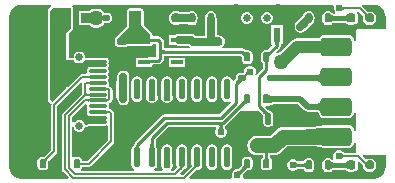
<source format=gtl>
G04*
G04 #@! TF.GenerationSoftware,Altium Limited,Altium Designer,22.3.1 (43)*
G04*
G04 Layer_Physical_Order=1*
G04 Layer_Color=204*
%FSLAX25Y25*%
%MOIN*%
G70*
G04*
G04 #@! TF.SameCoordinates,9C32C5B8-EF8F-45BB-929C-AB9431649599*
G04*
G04*
G04 #@! TF.FilePolarity,Positive*
G04*
G01*
G75*
%ADD10C,0.01000*%
%ADD17C,0.00600*%
%ADD21R,0.03937X0.01772*%
%ADD22R,0.03500X0.03500*%
G04:AMPARAMS|DCode=23|XSize=30mil|YSize=22mil|CornerRadius=5.5mil|HoleSize=0mil|Usage=FLASHONLY|Rotation=90.000|XOffset=0mil|YOffset=0mil|HoleType=Round|Shape=RoundedRectangle|*
%AMROUNDEDRECTD23*
21,1,0.03000,0.01100,0,0,90.0*
21,1,0.01900,0.02200,0,0,90.0*
1,1,0.01100,0.00550,0.00950*
1,1,0.01100,0.00550,-0.00950*
1,1,0.01100,-0.00550,-0.00950*
1,1,0.01100,-0.00550,0.00950*
%
%ADD23ROUNDEDRECTD23*%
%ADD24R,0.02559X0.05118*%
%ADD25R,0.01575X0.02559*%
%ADD26R,0.02362X0.04724*%
G04:AMPARAMS|DCode=27|XSize=19.68mil|YSize=23.62mil|CornerRadius=4.92mil|HoleSize=0mil|Usage=FLASHONLY|Rotation=90.000|XOffset=0mil|YOffset=0mil|HoleType=Round|Shape=RoundedRectangle|*
%AMROUNDEDRECTD27*
21,1,0.01968,0.01378,0,0,90.0*
21,1,0.00984,0.02362,0,0,90.0*
1,1,0.00984,0.00689,0.00492*
1,1,0.00984,0.00689,-0.00492*
1,1,0.00984,-0.00689,-0.00492*
1,1,0.00984,-0.00689,0.00492*
%
%ADD27ROUNDEDRECTD27*%
G04:AMPARAMS|DCode=28|XSize=30mil|YSize=22mil|CornerRadius=5.5mil|HoleSize=0mil|Usage=FLASHONLY|Rotation=180.000|XOffset=0mil|YOffset=0mil|HoleType=Round|Shape=RoundedRectangle|*
%AMROUNDEDRECTD28*
21,1,0.03000,0.01100,0,0,180.0*
21,1,0.01900,0.02200,0,0,180.0*
1,1,0.01100,-0.00950,0.00550*
1,1,0.01100,0.00950,0.00550*
1,1,0.01100,0.00950,-0.00550*
1,1,0.01100,-0.00950,-0.00550*
%
%ADD28ROUNDEDRECTD28*%
G04:AMPARAMS|DCode=29|XSize=62.99mil|YSize=106.3mil|CornerRadius=15.75mil|HoleSize=0mil|Usage=FLASHONLY|Rotation=270.000|XOffset=0mil|YOffset=0mil|HoleType=Round|Shape=RoundedRectangle|*
%AMROUNDEDRECTD29*
21,1,0.06299,0.07480,0,0,270.0*
21,1,0.03150,0.10630,0,0,270.0*
1,1,0.03150,-0.03740,-0.01575*
1,1,0.03150,-0.03740,0.01575*
1,1,0.03150,0.03740,0.01575*
1,1,0.03150,0.03740,-0.01575*
%
%ADD29ROUNDEDRECTD29*%
G04:AMPARAMS|DCode=30|XSize=17.72mil|YSize=39.37mil|CornerRadius=4.43mil|HoleSize=0mil|Usage=FLASHONLY|Rotation=0.000|XOffset=0mil|YOffset=0mil|HoleType=Round|Shape=RoundedRectangle|*
%AMROUNDEDRECTD30*
21,1,0.01772,0.03051,0,0,0.0*
21,1,0.00886,0.03937,0,0,0.0*
1,1,0.00886,0.00443,-0.01526*
1,1,0.00886,-0.00443,-0.01526*
1,1,0.00886,-0.00443,0.01526*
1,1,0.00886,0.00443,0.01526*
%
%ADD30ROUNDEDRECTD30*%
G04:AMPARAMS|DCode=31|XSize=59.06mil|YSize=11.81mil|CornerRadius=2.95mil|HoleSize=0mil|Usage=FLASHONLY|Rotation=0.000|XOffset=0mil|YOffset=0mil|HoleType=Round|Shape=RoundedRectangle|*
%AMROUNDEDRECTD31*
21,1,0.05906,0.00591,0,0,0.0*
21,1,0.05315,0.01181,0,0,0.0*
1,1,0.00591,0.02657,-0.00295*
1,1,0.00591,-0.02657,-0.00295*
1,1,0.00591,-0.02657,0.00295*
1,1,0.00591,0.02657,0.00295*
%
%ADD31ROUNDEDRECTD31*%
%ADD32O,0.02165X0.07087*%
%ADD33P,0.03247X8X22.5*%
G04:AMPARAMS|DCode=34|XSize=30mil|YSize=30mil|CornerRadius=7.5mil|HoleSize=0mil|Usage=FLASHONLY|Rotation=0.000|XOffset=0mil|YOffset=0mil|HoleType=Round|Shape=RoundedRectangle|*
%AMROUNDEDRECTD34*
21,1,0.03000,0.01500,0,0,0.0*
21,1,0.01500,0.03000,0,0,0.0*
1,1,0.01500,0.00750,-0.00750*
1,1,0.01500,-0.00750,-0.00750*
1,1,0.01500,-0.00750,0.00750*
1,1,0.01500,0.00750,0.00750*
%
%ADD34ROUNDEDRECTD34*%
%ADD52C,0.04000*%
%ADD53C,0.02500*%
%ADD54C,0.02000*%
%ADD55C,0.03000*%
%ADD56C,0.01500*%
%ADD57C,0.05000*%
%ADD58C,0.02559*%
%ADD59O,0.06299X0.03937*%
%ADD60O,0.08268X0.03937*%
%ADD61C,0.02400*%
%ADD62C,0.05000*%
G36*
X111962Y58537D02*
X112171Y58365D01*
X112275Y58294D01*
X112378Y58235D01*
X112480Y58186D01*
X112582Y58149D01*
X112682Y58122D01*
X112782Y58105D01*
X112882Y58100D01*
Y57500D01*
X112782Y57495D01*
X112682Y57478D01*
X112582Y57451D01*
X112480Y57414D01*
X112378Y57365D01*
X112275Y57306D01*
X112171Y57235D01*
X112067Y57154D01*
X111962Y57063D01*
X111857Y56960D01*
Y58640D01*
X111962Y58537D01*
D02*
G37*
G36*
X119825Y56163D02*
X119913Y56087D01*
X119996Y56025D01*
X120073Y55977D01*
X120144Y55942D01*
X120211Y55921D01*
X120271Y55914D01*
X120326Y55921D01*
X120376Y55942D01*
X120420Y55976D01*
X119583Y55140D01*
X119617Y55184D01*
X119638Y55233D01*
X119645Y55288D01*
X119638Y55349D01*
X119617Y55415D01*
X119582Y55487D01*
X119534Y55564D01*
X119472Y55646D01*
X119396Y55735D01*
X119307Y55828D01*
X119731Y56253D01*
X119825Y56163D01*
D02*
G37*
G36*
X113659Y53218D02*
X113578Y53319D01*
X113476Y53410D01*
X113355Y53489D01*
X113213Y53559D01*
X113051Y53617D01*
X112869Y53665D01*
X112667Y53702D01*
X112444Y53729D01*
X112201Y53745D01*
X111939Y53750D01*
Y55250D01*
X112201Y55256D01*
X112667Y55298D01*
X112869Y55335D01*
X113051Y55383D01*
X113213Y55442D01*
X113355Y55511D01*
X113476Y55591D01*
X113578Y55681D01*
X113659Y55782D01*
Y53218D01*
D02*
G37*
G36*
X108225Y55726D02*
X108330Y55626D01*
X108452Y55538D01*
X108592Y55462D01*
X108749Y55397D01*
X108924Y55344D01*
X109116Y55303D01*
X109326Y55274D01*
X109554Y55256D01*
X109799Y55250D01*
Y53750D01*
X109554Y53744D01*
X109326Y53727D01*
X109117Y53697D01*
X108924Y53656D01*
X108749Y53603D01*
X108592Y53538D01*
X108452Y53462D01*
X108330Y53374D01*
X108225Y53274D01*
X108138Y53162D01*
Y55838D01*
X108225Y55726D01*
D02*
G37*
G36*
X123531Y58848D02*
X124492Y58450D01*
X125317Y57817D01*
X125950Y56992D01*
X126348Y56031D01*
X126483Y55011D01*
X126480Y55000D01*
Y51020D01*
X117500D01*
X117110Y50942D01*
X116779Y50721D01*
X116558Y50390D01*
X116480Y50000D01*
Y47022D01*
X115980Y46973D01*
X115883Y47462D01*
X115380Y48215D01*
X114628Y48718D01*
X113740Y48894D01*
X106260D01*
X105372Y48718D01*
X104620Y48215D01*
X104291Y47723D01*
X96771D01*
X96066Y47631D01*
X95409Y47358D01*
X94845Y46926D01*
X91119Y43200D01*
X91079D01*
X90265Y42982D01*
X90221Y42957D01*
X89914Y43357D01*
X91058Y44501D01*
X91323Y44898D01*
X91416Y45366D01*
Y45888D01*
X91422Y45947D01*
X91424Y45959D01*
X92074D01*
Y52084D01*
X88312D01*
Y45959D01*
X88349D01*
X88556Y45459D01*
X87131Y44034D01*
X86958Y43873D01*
X86818Y43761D01*
X86767Y43725D01*
X86150D01*
X85662Y43628D01*
X85249Y43351D01*
X84973Y42938D01*
X84876Y42450D01*
Y40550D01*
X84973Y40062D01*
X85143Y39807D01*
X85143Y39807D01*
X85143Y39807D01*
X85249Y39649D01*
X85326Y39597D01*
X85326Y39597D01*
X85370Y39563D01*
X85378Y39555D01*
X85389Y39540D01*
X85404Y39514D01*
X85422Y39472D01*
X85441Y39414D01*
X85459Y39337D01*
X85473Y39242D01*
X85476Y39204D01*
Y37787D01*
X83356Y35666D01*
X83267Y35533D01*
X82824Y35770D01*
X83055Y36328D01*
Y37084D01*
X82766Y37782D01*
X82231Y38317D01*
X81533Y38606D01*
X80777D01*
X80079Y38317D01*
X79544Y37782D01*
X79255Y37084D01*
Y36941D01*
X79241Y36848D01*
X79190Y36616D01*
X79166Y36534D01*
X79138Y36457D01*
X79111Y36393D01*
X79085Y36342D01*
X79061Y36304D01*
X79057Y36298D01*
X79039Y36280D01*
X78961Y36208D01*
X77711D01*
X77246Y36115D01*
X76851Y35852D01*
X76588Y35457D01*
X76495Y34992D01*
Y34470D01*
X76473Y34438D01*
X76233Y34156D01*
X75750Y33674D01*
X75330Y33749D01*
X75211Y33824D01*
X75179Y33983D01*
X74785Y34573D01*
X74196Y34967D01*
X73500Y35105D01*
X72804Y34967D01*
X72215Y34573D01*
X71821Y33983D01*
X71682Y33287D01*
Y28366D01*
X71821Y27671D01*
X72215Y27081D01*
X72804Y26687D01*
X73500Y26549D01*
X74196Y26687D01*
X74403Y26825D01*
X74969Y26602D01*
X74997Y26482D01*
X70938Y22423D01*
X52700D01*
X52232Y22330D01*
X51835Y22065D01*
X42778Y13008D01*
X42513Y12611D01*
X42420Y12143D01*
Y12056D01*
X42215Y11919D01*
X41821Y11329D01*
X41682Y10634D01*
Y5713D01*
X41821Y5017D01*
X42215Y4427D01*
X42675Y4120D01*
X42524Y3620D01*
X24976D01*
X24824Y4120D01*
X24868Y4149D01*
X25144Y4562D01*
X25227Y4980D01*
X27500D01*
X27890Y5058D01*
X28221Y5279D01*
X35721Y12779D01*
X35942Y13110D01*
X36020Y13500D01*
Y22500D01*
X35942Y22890D01*
X35721Y23221D01*
X35111Y23831D01*
X34780Y24052D01*
X34433Y24121D01*
X34367Y24164D01*
X34063Y24630D01*
X34093Y24783D01*
Y25374D01*
X34055Y25566D01*
X34246Y26114D01*
X34577Y26335D01*
X35095Y26853D01*
X35316Y27184D01*
X35394Y27574D01*
Y30426D01*
X35316Y30816D01*
X35095Y31147D01*
X34561Y31681D01*
X34230Y31902D01*
X34052Y32447D01*
X34093Y32658D01*
Y33248D01*
X34016Y33636D01*
X33815Y33937D01*
X34016Y34238D01*
X34093Y34626D01*
Y35217D01*
X34016Y35605D01*
X33815Y35906D01*
X34016Y36206D01*
X34093Y36595D01*
Y37185D01*
X34016Y37573D01*
X33815Y37874D01*
X34016Y38175D01*
X34093Y38563D01*
Y39154D01*
X34035Y39449D01*
X34093Y39744D01*
Y40335D01*
X34016Y40723D01*
X33796Y41052D01*
X33467Y41272D01*
X33079Y41349D01*
X27764D01*
X27375Y41272D01*
X27288Y41214D01*
X26338D01*
Y41772D01*
X26036Y42499D01*
X25480Y43056D01*
X24752Y43358D01*
X23965D01*
X23237Y43056D01*
X22680Y42499D01*
X22379Y41772D01*
Y41214D01*
X20714D01*
Y49204D01*
X22005Y50495D01*
X22159Y50727D01*
X22214Y51000D01*
Y58000D01*
X22159Y58273D01*
X22021Y58480D01*
X22049Y58617D01*
X22193Y58980D01*
X108891D01*
X109225Y58480D01*
X109100Y58178D01*
Y57422D01*
X109389Y56724D01*
X109634Y56479D01*
X109493Y56053D01*
X109424Y55982D01*
X109404Y55983D01*
X109241Y56006D01*
X109103Y56036D01*
X108989Y56070D01*
X108900Y56107D01*
X108834Y56143D01*
X108787Y56177D01*
X108755Y56207D01*
X108702Y56275D01*
X108651Y56351D01*
X108238Y56628D01*
X107750Y56725D01*
X106650D01*
X106162Y56628D01*
X105749Y56351D01*
X105473Y55938D01*
X105376Y55450D01*
Y53550D01*
X105473Y53062D01*
X105749Y52649D01*
X106162Y52372D01*
X106650Y52276D01*
X107750D01*
X108238Y52372D01*
X108651Y52649D01*
X108702Y52725D01*
X108756Y52793D01*
X108787Y52824D01*
X108834Y52857D01*
X108900Y52893D01*
X108989Y52930D01*
X109103Y52964D01*
X109241Y52994D01*
X109404Y53017D01*
X109468Y53022D01*
X112322D01*
X112378Y53018D01*
X112559Y52996D01*
X112713Y52968D01*
X112839Y52935D01*
X112934Y52900D01*
X113001Y52868D01*
X113040Y52842D01*
X113058Y52826D01*
X113095Y52780D01*
X113146Y52705D01*
X113625Y52384D01*
X114191Y52272D01*
X115691D01*
X116257Y52384D01*
X116736Y52705D01*
X117057Y53184D01*
X117169Y53750D01*
Y55250D01*
X117057Y55816D01*
X116778Y56233D01*
X116958Y56695D01*
X117375Y56742D01*
X118859Y55258D01*
Y53400D01*
X119959Y52300D01*
X122159D01*
X123259Y53400D01*
Y55600D01*
X122159Y56700D01*
X120301D01*
X118521Y58480D01*
X118540Y58651D01*
X118693Y58980D01*
X122500D01*
X122511Y58983D01*
X123531Y58848D01*
D02*
G37*
G36*
X91098Y46673D02*
X91013Y46643D01*
X90938Y46592D01*
X90873Y46521D01*
X90818Y46431D01*
X90773Y46319D01*
X90738Y46188D01*
X90713Y46036D01*
X90698Y45864D01*
X90693Y45671D01*
X89693D01*
X89688Y45864D01*
X89673Y46036D01*
X89648Y46188D01*
X89613Y46319D01*
X89568Y46431D01*
X89513Y46521D01*
X89448Y46592D01*
X89373Y46643D01*
X89288Y46673D01*
X89193Y46683D01*
X91193D01*
X91098Y46673D01*
D02*
G37*
G36*
X88506Y42972D02*
X88308Y42766D01*
X87996Y42399D01*
X87882Y42236D01*
X87796Y42088D01*
X87738Y41954D01*
X87708Y41833D01*
X87706Y41727D01*
X87732Y41635D01*
X87787Y41557D01*
X86411Y42987D01*
X86487Y42930D01*
X86577Y42902D01*
X86682Y42902D01*
X86801Y42932D01*
X86935Y42989D01*
X87084Y43075D01*
X87248Y43190D01*
X87426Y43333D01*
X87826Y43706D01*
X88506Y42972D01*
D02*
G37*
G36*
X87555Y40098D02*
X87480Y40022D01*
X87414Y39935D01*
X87358Y39836D01*
X87309Y39726D01*
X87270Y39604D01*
X87239Y39470D01*
X87217Y39326D01*
X87204Y39169D01*
X87200Y39001D01*
X86200D01*
X86196Y39169D01*
X86182Y39326D01*
X86161Y39470D01*
X86130Y39604D01*
X86090Y39726D01*
X86042Y39836D01*
X85985Y39935D01*
X85920Y40022D01*
X85845Y40098D01*
X85762Y40162D01*
X87638D01*
X87555Y40098D01*
D02*
G37*
G36*
X80968Y35521D02*
X80829Y35539D01*
X80698Y35546D01*
X80573Y35545D01*
X80455Y35534D01*
X80344Y35513D01*
X80239Y35483D01*
X80142Y35443D01*
X80051Y35393D01*
X79967Y35334D01*
X79918Y35290D01*
X79887Y35258D01*
X79704Y35042D01*
X79637Y34946D01*
X79585Y34857D01*
X79550Y34776D01*
X79530Y34703D01*
X79526Y34637D01*
X79538Y34579D01*
X79567Y34529D01*
X78834Y35470D01*
X78875Y35432D01*
X78925Y35412D01*
X78984Y35409D01*
X79052Y35424D01*
X79129Y35456D01*
X79216Y35505D01*
X79312Y35572D01*
X79417Y35657D01*
X79579Y35808D01*
X79594Y35824D01*
X79653Y35903D01*
X79707Y35992D01*
X79757Y36090D01*
X79803Y36197D01*
X79844Y36313D01*
X79882Y36438D01*
X79942Y36717D01*
X79966Y36870D01*
X80968Y35521D01*
D02*
G37*
G36*
X27560Y34422D02*
X27529Y34460D01*
X27490Y34494D01*
X27442Y34523D01*
X27386Y34549D01*
X27322Y34571D01*
X27250Y34589D01*
X27169Y34603D01*
X27079Y34613D01*
X26876Y34621D01*
Y35221D01*
X26982Y35223D01*
X27169Y35239D01*
X27250Y35253D01*
X27322Y35271D01*
X27386Y35293D01*
X27442Y35319D01*
X27490Y35349D01*
X27529Y35383D01*
X27560Y35421D01*
Y34422D01*
D02*
G37*
G36*
X78740Y33530D02*
X78658Y33581D01*
X78564Y33605D01*
X78456Y33601D01*
X78334Y33570D01*
X78199Y33511D01*
X78051Y33426D01*
X77890Y33313D01*
X77715Y33173D01*
X77325Y32811D01*
X76514Y33414D01*
X76718Y33625D01*
X77038Y34001D01*
X77154Y34165D01*
X77240Y34314D01*
X77298Y34448D01*
X77326Y34566D01*
X77324Y34669D01*
X77293Y34756D01*
X77233Y34829D01*
X78740Y33530D01*
D02*
G37*
G36*
X104997Y32523D02*
X104961Y32712D01*
X104881Y32880D01*
X104758Y33029D01*
X104591Y33158D01*
X104381Y33268D01*
X104128Y33357D01*
X103832Y33426D01*
X103492Y33476D01*
X103110Y33506D01*
X102683Y33516D01*
Y35516D01*
X103079Y35526D01*
X103432Y35556D01*
X103741Y35606D01*
X104007Y35676D01*
X104230Y35766D01*
X104410Y35876D01*
X104546Y36006D01*
X104639Y36156D01*
X104689Y36326D01*
X104696Y36516D01*
X104997Y32523D01*
D02*
G37*
G36*
X27560Y32453D02*
X27529Y32491D01*
X27490Y32525D01*
X27442Y32555D01*
X27386Y32581D01*
X27322Y32603D01*
X27250Y32621D01*
X27169Y32635D01*
X27079Y32645D01*
X26876Y32653D01*
Y33253D01*
X26982Y33255D01*
X27169Y33271D01*
X27250Y33285D01*
X27322Y33303D01*
X27386Y33325D01*
X27442Y33351D01*
X27490Y33380D01*
X27529Y33414D01*
X27560Y33452D01*
Y32453D01*
D02*
G37*
G36*
X21500Y51000D02*
X20000Y49500D01*
Y40500D01*
X22579D01*
X22680Y40257D01*
X23237Y39700D01*
X23965Y39398D01*
X24752D01*
X25480Y39700D01*
X26036Y40257D01*
X26137Y40500D01*
X32500D01*
X33000Y40000D01*
Y38200D01*
X27764D01*
X27375Y38123D01*
X27046Y37903D01*
X26826Y37573D01*
X26749Y37185D01*
Y36595D01*
X26780Y36441D01*
X26477Y35985D01*
X26408Y35941D01*
X25318D01*
X24928Y35863D01*
X24597Y35642D01*
X20462Y31507D01*
X20000Y31698D01*
Y31045D01*
X15477Y26522D01*
X14500Y27500D01*
Y57000D01*
X15500Y58000D01*
X21500D01*
Y51000D01*
D02*
G37*
G36*
X33312Y31394D02*
X33327Y31366D01*
X33353Y31341D01*
X33390Y31320D01*
X33438Y31301D01*
X33496Y31286D01*
X33566Y31275D01*
X33646Y31267D01*
X33840Y31260D01*
Y30660D01*
X33734Y30658D01*
X33554Y30645D01*
X33481Y30633D01*
X33419Y30619D01*
X33368Y30600D01*
X33328Y30579D01*
X33299Y30554D01*
X33281Y30526D01*
X33275Y30494D01*
X33307Y31426D01*
X33312Y31394D01*
D02*
G37*
G36*
X26610Y29786D02*
X26628Y29684D01*
X26658Y29594D01*
X26700Y29516D01*
X26754Y29450D01*
X26820Y29396D01*
X26898Y29354D01*
X26988Y29324D01*
X27066Y29310D01*
X27164Y29319D01*
X27244Y29334D01*
X27316Y29354D01*
X27381Y29377D01*
X27437Y29406D01*
X27486Y29438D01*
X27527Y29474D01*
X27560Y29515D01*
Y28516D01*
X27531Y28551D01*
X27493Y28582D01*
X27447Y28610D01*
X27392Y28634D01*
X27328Y28654D01*
X27256Y28671D01*
X27174Y28684D01*
X27085Y28693D01*
X26954Y28697D01*
X26910Y28696D01*
X26796Y28683D01*
X26684Y28662D01*
X26577Y28632D01*
X26472Y28594D01*
X26372Y28547D01*
X26275Y28492D01*
X26181Y28429D01*
X26091Y28356D01*
X26004Y28276D01*
X25580Y28700D01*
X25661Y28787D01*
X25733Y28877D01*
X25796Y28970D01*
X25852Y29068D01*
X25898Y29168D01*
X25936Y29272D01*
X25966Y29380D01*
X25987Y29491D01*
X26000Y29606D01*
X26004Y29724D01*
X26604Y29900D01*
X26610Y29786D01*
D02*
G37*
G36*
X33281Y27503D02*
X33299Y27472D01*
X33328Y27445D01*
X33369Y27421D01*
X33421Y27401D01*
X33485Y27385D01*
X33560Y27372D01*
X33647Y27363D01*
X33856Y27356D01*
Y26756D01*
X33747Y26754D01*
X33564Y26739D01*
X33490Y26727D01*
X33428Y26710D01*
X33376Y26690D01*
X33337Y26667D01*
X33308Y26640D01*
X33292Y26609D01*
X33286Y26574D01*
X33275Y27537D01*
X33281Y27503D01*
D02*
G37*
G36*
X27560Y26548D02*
X27529Y26586D01*
X27490Y26620D01*
X27442Y26649D01*
X27386Y26675D01*
X27322Y26697D01*
X27250Y26715D01*
X27169Y26729D01*
X27079Y26739D01*
X26876Y26747D01*
Y27347D01*
X26982Y27349D01*
X27169Y27365D01*
X27250Y27379D01*
X27322Y27397D01*
X27386Y27419D01*
X27442Y27445D01*
X27490Y27475D01*
X27529Y27509D01*
X27560Y27547D01*
Y26548D01*
D02*
G37*
G36*
X87606Y28870D02*
X87772Y28792D01*
X87957Y28724D01*
X88161Y28664D01*
X88384Y28614D01*
X88626Y28573D01*
X89169Y28518D01*
X89469Y28505D01*
X89789Y28500D01*
Y26500D01*
X89469Y26495D01*
X88626Y26427D01*
X88384Y26386D01*
X88161Y26336D01*
X87957Y26276D01*
X87772Y26208D01*
X87606Y26130D01*
X87460Y26043D01*
Y28957D01*
X87606Y28870D01*
D02*
G37*
G36*
X80216Y26013D02*
X80157Y26087D01*
X80081Y26129D01*
X79988Y26140D01*
X79877Y26119D01*
X79748Y26067D01*
X79602Y25983D01*
X79438Y25868D01*
X79257Y25722D01*
X78842Y25334D01*
X78494Y26401D01*
X78676Y26590D01*
X78965Y26935D01*
X79074Y27092D01*
X79158Y27239D01*
X79218Y27375D01*
X79253Y27501D01*
X79264Y27616D01*
X79251Y27721D01*
X79214Y27816D01*
X80216Y26013D01*
D02*
G37*
G36*
X99274Y23774D02*
X99837Y23399D01*
X100500Y23267D01*
X103161D01*
X103343Y23251D01*
X103594Y23211D01*
X103789Y23161D01*
X103924Y23107D01*
X104002Y23062D01*
X104015Y23050D01*
X104117Y22538D01*
X104620Y21785D01*
X105372Y21282D01*
X106260Y21106D01*
X113740D01*
X114628Y21282D01*
X115380Y21785D01*
X115883Y22538D01*
X115980Y23027D01*
X116480Y22978D01*
Y17022D01*
X115980Y16973D01*
X115883Y17462D01*
X115380Y18215D01*
X114628Y18718D01*
X113740Y18894D01*
X106260D01*
X105372Y18718D01*
X105164Y18579D01*
X105138Y18571D01*
X105040Y18519D01*
X104939Y18488D01*
X101054Y18228D01*
X92287D01*
X91452Y18118D01*
X90674Y17795D01*
X90005Y17282D01*
X88021Y15299D01*
X83500D01*
X82665Y15189D01*
X81886Y14866D01*
X81218Y14353D01*
X80705Y13685D01*
X80382Y12906D01*
X80272Y12071D01*
X80382Y11236D01*
X80705Y10457D01*
X81218Y9789D01*
X81886Y9276D01*
X82665Y8953D01*
X83500Y8843D01*
X85476D01*
Y8296D01*
X85473Y8258D01*
X85459Y8163D01*
X85441Y8086D01*
X85422Y8028D01*
X85404Y7986D01*
X85389Y7959D01*
X85378Y7945D01*
X85370Y7937D01*
X85326Y7903D01*
X85326Y7903D01*
X85249Y7851D01*
X85143Y7693D01*
X85143Y7693D01*
X85143Y7693D01*
X84973Y7438D01*
X84876Y6950D01*
Y5050D01*
X84973Y4562D01*
X85249Y4149D01*
X85662Y3872D01*
X86150Y3776D01*
X87250D01*
X87738Y3872D01*
X88151Y4149D01*
X88428Y4562D01*
X88525Y5050D01*
Y6950D01*
X88428Y7438D01*
X88257Y7693D01*
X88257Y7693D01*
X88257Y7693D01*
X88151Y7851D01*
X88074Y7903D01*
X88074Y7903D01*
X88030Y7937D01*
X88022Y7944D01*
X88011Y7959D01*
X87996Y7986D01*
X87978Y8028D01*
X87959Y8086D01*
X87941Y8163D01*
X87927Y8258D01*
X87924Y8296D01*
Y8843D01*
X89358D01*
X90194Y8953D01*
X90972Y9276D01*
X91641Y9789D01*
X93624Y11772D01*
X100629D01*
X103190Y11716D01*
X104244Y11632D01*
X104620Y11580D01*
X104895Y11525D01*
X105040Y11481D01*
X105138Y11429D01*
X105164Y11421D01*
X105372Y11282D01*
X106260Y11106D01*
X113740D01*
X114628Y11282D01*
X115380Y11785D01*
X115883Y12538D01*
X115980Y13027D01*
X116480Y12978D01*
Y10000D01*
X116051Y9594D01*
X112660D01*
X112655Y9595D01*
X112622Y9604D01*
X112582Y9619D01*
X112533Y9642D01*
X112477Y9674D01*
X112423Y9711D01*
X112262Y9844D01*
X112178Y9926D01*
X112123Y9962D01*
X111899Y10185D01*
X111201Y10475D01*
X110445D01*
X109747Y10185D01*
X109212Y9651D01*
X108923Y8952D01*
Y8197D01*
X109043Y7907D01*
X109040Y7836D01*
X108728Y7361D01*
X108651Y7351D01*
X108238Y7627D01*
X107750Y7724D01*
X106650D01*
X106162Y7627D01*
X105749Y7351D01*
X105473Y6938D01*
X105376Y6450D01*
Y4550D01*
X105473Y4062D01*
X105749Y3649D01*
X106162Y3373D01*
X106650Y3275D01*
X107750D01*
X108238Y3373D01*
X108651Y3649D01*
X108702Y3725D01*
X108756Y3793D01*
X108787Y3824D01*
X108834Y3857D01*
X108900Y3893D01*
X108989Y3930D01*
X109103Y3964D01*
X109241Y3994D01*
X109404Y4017D01*
X109468Y4022D01*
X112322D01*
X112378Y4018D01*
X112559Y3996D01*
X112713Y3968D01*
X112839Y3935D01*
X112934Y3900D01*
X113001Y3868D01*
X113040Y3842D01*
X113058Y3826D01*
X113095Y3780D01*
X113146Y3705D01*
X113625Y3384D01*
X114191Y3272D01*
X115691D01*
X116257Y3384D01*
X116736Y3705D01*
X117057Y4184D01*
X117169Y4750D01*
Y6250D01*
X117101Y6594D01*
X117562Y6840D01*
X118819Y5583D01*
X118859Y5556D01*
Y4400D01*
X119959Y3300D01*
X122159D01*
X123259Y4400D01*
Y6600D01*
X122159Y7700D01*
X119959D01*
X119772Y7513D01*
X118767Y8518D01*
X118959Y8980D01*
X126480D01*
Y5000D01*
X126483Y4989D01*
X126348Y3969D01*
X125950Y3008D01*
X125317Y2183D01*
X124492Y1550D01*
X123531Y1152D01*
X122511Y1017D01*
X122500Y1020D01*
X79109D01*
X78775Y1520D01*
X78900Y1822D01*
Y2205D01*
X78912Y2266D01*
X78912Y2326D01*
X78914Y2350D01*
X78919Y2375D01*
X78927Y2403D01*
X78940Y2436D01*
X78959Y2473D01*
X78986Y2516D01*
X79017Y2560D01*
X79921Y3464D01*
X80091Y3622D01*
X80230Y3733D01*
X80290Y3776D01*
X80850D01*
X81338Y3872D01*
X81751Y4149D01*
X82028Y4562D01*
X82125Y5050D01*
Y6950D01*
X82028Y7438D01*
X81751Y7851D01*
X81338Y8128D01*
X80850Y8224D01*
X79750D01*
X79262Y8128D01*
X78849Y7851D01*
X78572Y7438D01*
X78475Y6950D01*
Y5533D01*
X78445Y5490D01*
X78209Y5212D01*
X77246Y4249D01*
X77200Y4215D01*
X77152Y4184D01*
X77108Y4160D01*
X77069Y4143D01*
X77033Y4130D01*
X76999Y4121D01*
X76968Y4116D01*
X76905Y4111D01*
X76866Y4100D01*
X76622D01*
X75924Y3811D01*
X75389Y3276D01*
X75100Y2578D01*
Y1822D01*
X75225Y1520D01*
X74891Y1020D01*
X61115D01*
X60923Y1481D01*
X63332Y3890D01*
X63364Y3918D01*
X63368Y3921D01*
X63500Y3895D01*
X64196Y4033D01*
X64785Y4427D01*
X65179Y5017D01*
X65318Y5713D01*
Y10634D01*
X65179Y11329D01*
X64785Y11919D01*
X64196Y12313D01*
X63500Y12451D01*
X62804Y12313D01*
X62215Y11919D01*
X61821Y11329D01*
X61682Y10634D01*
Y5713D01*
X61780Y5222D01*
X58878Y2320D01*
X58115D01*
X57924Y2781D01*
X58881Y3739D01*
X58985Y3839D01*
X59156Y3992D01*
X59278Y4089D01*
X59338Y4129D01*
X59354Y4136D01*
X59383Y4158D01*
X59431Y4191D01*
X59480Y4215D01*
X59496Y4234D01*
X59785Y4427D01*
X60179Y5017D01*
X60318Y5713D01*
Y10634D01*
X60179Y11329D01*
X59785Y11919D01*
X59196Y12313D01*
X58500Y12451D01*
X57804Y12313D01*
X57215Y11919D01*
X56821Y11329D01*
X56682Y10634D01*
Y5713D01*
X56821Y5017D01*
X57003Y4745D01*
X55878Y3620D01*
X55014D01*
X54807Y4120D01*
X55111Y4424D01*
X55400Y5122D01*
Y5878D01*
X55318Y6077D01*
Y10634D01*
X55179Y11329D01*
X54785Y11919D01*
X54196Y12313D01*
X53500Y12451D01*
X52804Y12313D01*
X52215Y11919D01*
X51821Y11329D01*
X51682Y10634D01*
Y6077D01*
X51600Y5878D01*
Y5122D01*
X51889Y4424D01*
X52193Y4120D01*
X51986Y3620D01*
X49476D01*
X49325Y4120D01*
X49785Y4427D01*
X50179Y5017D01*
X50318Y5713D01*
Y10634D01*
X50179Y11329D01*
X50037Y11542D01*
X50017Y11588D01*
X49949Y11683D01*
X49902Y11761D01*
X49860Y11842D01*
X49823Y11929D01*
X49791Y12021D01*
X49764Y12120D01*
X49743Y12225D01*
X49727Y12337D01*
X49724Y12381D01*
Y13993D01*
X54007Y18277D01*
X69811D01*
X69872Y18253D01*
X69912Y18231D01*
X69937Y18214D01*
X69943Y18190D01*
X70021Y17708D01*
X69889Y17576D01*
X69600Y16878D01*
Y16122D01*
X69889Y15424D01*
X70424Y14889D01*
X71122Y14600D01*
X71878D01*
X72576Y14889D01*
X73111Y15424D01*
X73400Y16122D01*
Y16878D01*
X73111Y17576D01*
X72893Y17794D01*
X72863Y17843D01*
X72821Y17888D01*
X72802Y18065D01*
X72791Y18385D01*
X73165Y18635D01*
X78030Y23500D01*
X84000D01*
X84046Y23546D01*
X85322Y22270D01*
X85483Y22098D01*
X85595Y21958D01*
X85632Y21906D01*
Y19474D01*
X85721Y19028D01*
X85973Y18650D01*
X86351Y18398D01*
X86797Y18309D01*
X87683D01*
X88129Y18398D01*
X88507Y18650D01*
X88760Y19028D01*
X88848Y19474D01*
Y22526D01*
X88760Y22972D01*
X88507Y23350D01*
X88129Y23602D01*
X87683Y23691D01*
X87414D01*
X87380Y23715D01*
X87098Y23955D01*
X86278Y24776D01*
X86485Y25275D01*
X87250D01*
X87559Y25337D01*
X87561Y25337D01*
X87566Y25338D01*
X87738Y25372D01*
X87821Y25428D01*
X87824Y25429D01*
X87941Y25499D01*
X88048Y25549D01*
X88181Y25598D01*
X88339Y25644D01*
X88522Y25685D01*
X88715Y25718D01*
X89313Y25767D01*
X97282D01*
X99274Y23774D01*
D02*
G37*
G36*
X104755Y23005D02*
X104735Y23194D01*
X104673Y23363D01*
X104569Y23512D01*
X104424Y23642D01*
X104237Y23751D01*
X104010Y23841D01*
X103740Y23910D01*
X103429Y23960D01*
X103077Y23990D01*
X102683Y24000D01*
Y26000D01*
X103077Y26010D01*
X103429Y26040D01*
X103740Y26090D01*
X104010Y26159D01*
X104237Y26249D01*
X104424Y26358D01*
X104569Y26488D01*
X104673Y26637D01*
X104735Y26806D01*
X104755Y26995D01*
Y23005D01*
D02*
G37*
G36*
X33314Y23572D02*
X33353Y23538D01*
X33400Y23508D01*
X33456Y23482D01*
X33520Y23460D01*
X33593Y23442D01*
X33674Y23428D01*
X33763Y23418D01*
X33967Y23410D01*
Y22810D01*
X33861Y22808D01*
X33674Y22792D01*
X33593Y22778D01*
X33520Y22760D01*
X33456Y22738D01*
X33400Y22713D01*
X33353Y22683D01*
X33314Y22649D01*
X33283Y22611D01*
Y23610D01*
X33314Y23572D01*
D02*
G37*
G36*
X86567Y23470D02*
X86941Y23151D01*
X87107Y23034D01*
X87258Y22946D01*
X87394Y22886D01*
X87515Y22854D01*
X87622Y22851D01*
X87714Y22877D01*
X87792Y22931D01*
X86370Y21551D01*
X86426Y21626D01*
X86454Y21717D01*
X86453Y21822D01*
X86424Y21941D01*
X86366Y22075D01*
X86280Y22224D01*
X86166Y22388D01*
X86023Y22565D01*
X85651Y22965D01*
X86358Y23672D01*
X86567Y23470D01*
D02*
G37*
G36*
X26770Y25478D02*
X26749Y25374D01*
Y24783D01*
X26826Y24395D01*
X27027Y24094D01*
X26826Y23794D01*
X26749Y23405D01*
Y22815D01*
X26826Y22427D01*
X27046Y22097D01*
X27375Y21877D01*
X27764Y21800D01*
X33000D01*
Y19302D01*
X27764D01*
X27375Y19225D01*
X27046Y19005D01*
X27043Y19000D01*
X26338D01*
Y19016D01*
X26036Y19743D01*
X25480Y20300D01*
X24752Y20602D01*
X23965D01*
X23237Y20300D01*
X22822Y19885D01*
X22276Y19808D01*
X21898Y20154D01*
Y21313D01*
X26309Y25724D01*
X26770Y25478D01*
D02*
G37*
G36*
X72003Y18190D02*
X72014Y18074D01*
X72031Y17964D01*
X72054Y17860D01*
X72085Y17762D01*
X72122Y17670D01*
X72167Y17583D01*
X72218Y17502D01*
X72275Y17426D01*
X72340Y17357D01*
X70660D01*
X70725Y17426D01*
X70782Y17502D01*
X70833Y17583D01*
X70878Y17670D01*
X70915Y17762D01*
X70946Y17860D01*
X70969Y17964D01*
X70986Y18074D01*
X70997Y18190D01*
X71000Y18311D01*
X72000D01*
X72003Y18190D01*
D02*
G37*
G36*
X33980Y18470D02*
Y13922D01*
X27078Y7020D01*
X25227D01*
X25144Y7438D01*
X24868Y7851D01*
X24454Y8128D01*
X23967Y8224D01*
X22867D01*
X22445Y8140D01*
X22284Y8195D01*
X21945Y8439D01*
Y15462D01*
X21898Y15698D01*
Y18183D01*
X22379Y18228D01*
X22680Y17501D01*
X23237Y16944D01*
X23965Y16643D01*
X24752D01*
X25480Y16944D01*
X26036Y17501D01*
X26338Y18228D01*
Y18286D01*
X27043D01*
X27112Y18300D01*
X27182Y18300D01*
X27247Y18327D01*
X27316Y18341D01*
X27375Y18380D01*
X27439Y18407D01*
X27448Y18415D01*
X27654Y18553D01*
X27834Y18588D01*
X33000D01*
X33273Y18643D01*
X33372Y18709D01*
X33467Y18728D01*
X33480Y18737D01*
X33980Y18470D01*
D02*
G37*
G36*
X105472Y12060D02*
X105314Y12144D01*
X105069Y12218D01*
X104738Y12284D01*
X104321Y12342D01*
X103227Y12430D01*
X100000Y12500D01*
Y17500D01*
X100936Y17504D01*
X105069Y17782D01*
X105314Y17856D01*
X105472Y17940D01*
Y12060D01*
D02*
G37*
G36*
X49004Y12420D02*
X49017Y12259D01*
X49039Y12104D01*
X49070Y11954D01*
X49109Y11810D01*
X49157Y11672D01*
X49213Y11539D01*
X49279Y11412D01*
X49352Y11290D01*
X49435Y11174D01*
X47565D01*
X47648Y11290D01*
X47721Y11412D01*
X47787Y11539D01*
X47843Y11672D01*
X47891Y11810D01*
X47930Y11954D01*
X47961Y12104D01*
X47983Y12259D01*
X47996Y12420D01*
X48000Y12586D01*
X49000D01*
X49004Y12420D01*
D02*
G37*
G36*
X111785Y9312D02*
X111995Y9139D01*
X112098Y9069D01*
X112201Y9010D01*
X112303Y8961D01*
X112405Y8923D01*
X112505Y8896D01*
X112606Y8880D01*
X112705Y8875D01*
Y8275D01*
X112606Y8269D01*
X112505Y8253D01*
X112405Y8226D01*
X112303Y8188D01*
X112201Y8140D01*
X112098Y8080D01*
X111995Y8010D01*
X111890Y7929D01*
X111785Y7837D01*
X111680Y7735D01*
Y9415D01*
X111785Y9312D01*
D02*
G37*
G36*
X13704Y7467D02*
X13588Y7347D01*
X13406Y7132D01*
X13340Y7036D01*
X13289Y6949D01*
X13256Y6870D01*
X13239Y6800D01*
X13238Y6737D01*
X13254Y6683D01*
X13286Y6637D01*
X12463Y7486D01*
X12508Y7453D01*
X12561Y7436D01*
X12622Y7436D01*
X12693Y7452D01*
X12771Y7485D01*
X12858Y7535D01*
X12953Y7601D01*
X13056Y7684D01*
X13289Y7900D01*
X13704Y7467D01*
D02*
G37*
G36*
X87204Y8331D02*
X87217Y8174D01*
X87239Y8029D01*
X87270Y7896D01*
X87309Y7774D01*
X87358Y7664D01*
X87414Y7565D01*
X87480Y7478D01*
X87555Y7402D01*
X87638Y7338D01*
X85762D01*
X85845Y7402D01*
X85920Y7478D01*
X85985Y7565D01*
X86042Y7664D01*
X86090Y7774D01*
X86130Y7896D01*
X86161Y8029D01*
X86182Y8174D01*
X86196Y8331D01*
X86200Y8499D01*
X87200D01*
X87204Y8331D01*
D02*
G37*
G36*
X24509Y6543D02*
X24528Y6492D01*
X24558Y6447D01*
X24601Y6408D01*
X24656Y6375D01*
X24724Y6348D01*
X24803Y6327D01*
X24895Y6312D01*
X24999Y6303D01*
X25115Y6300D01*
Y5700D01*
X24999Y5697D01*
X24895Y5688D01*
X24803Y5673D01*
X24724Y5652D01*
X24656Y5625D01*
X24601Y5592D01*
X24558Y5553D01*
X24528Y5508D01*
X24509Y5457D01*
X24503Y5400D01*
Y6600D01*
X24509Y6543D01*
D02*
G37*
G36*
X63485Y4647D02*
X63434Y4674D01*
X63377Y4687D01*
X63314Y4687D01*
X63245Y4671D01*
X63170Y4642D01*
X63089Y4598D01*
X63002Y4541D01*
X62910Y4469D01*
X62811Y4383D01*
X62707Y4282D01*
X62220Y4645D01*
X62318Y4747D01*
X62468Y4930D01*
X62520Y5011D01*
X62556Y5085D01*
X62577Y5151D01*
X62582Y5211D01*
X62572Y5263D01*
X62546Y5309D01*
X62505Y5347D01*
X63485Y4647D01*
D02*
G37*
G36*
X80643Y4513D02*
X80565Y4568D01*
X80473Y4594D01*
X80367Y4592D01*
X80246Y4562D01*
X80112Y4504D01*
X79964Y4418D01*
X79801Y4304D01*
X79624Y4162D01*
X79229Y3794D01*
X78494Y4474D01*
X78695Y4682D01*
X79010Y5052D01*
X79125Y5216D01*
X79211Y5365D01*
X79268Y5499D01*
X79298Y5618D01*
X79298Y5723D01*
X79270Y5813D01*
X79214Y5889D01*
X80643Y4513D01*
D02*
G37*
G36*
X113659Y4218D02*
X113578Y4319D01*
X113476Y4410D01*
X113355Y4490D01*
X113213Y4559D01*
X113051Y4617D01*
X112869Y4665D01*
X112667Y4702D01*
X112444Y4729D01*
X112201Y4745D01*
X111939Y4750D01*
Y6250D01*
X112201Y6256D01*
X112667Y6298D01*
X112869Y6335D01*
X113051Y6383D01*
X113213Y6442D01*
X113355Y6511D01*
X113476Y6591D01*
X113578Y6681D01*
X113659Y6782D01*
Y4218D01*
D02*
G37*
G36*
X108225Y6726D02*
X108330Y6626D01*
X108452Y6538D01*
X108592Y6462D01*
X108749Y6397D01*
X108924Y6344D01*
X109116Y6303D01*
X109326Y6274D01*
X109554Y6256D01*
X109799Y6250D01*
Y4750D01*
X109554Y4744D01*
X109326Y4727D01*
X109117Y4697D01*
X108924Y4656D01*
X108749Y4603D01*
X108592Y4538D01*
X108452Y4462D01*
X108330Y4374D01*
X108225Y4274D01*
X108138Y4162D01*
Y6838D01*
X108225Y6726D01*
D02*
G37*
G36*
X59040Y4777D02*
X58988Y4752D01*
X58928Y4716D01*
X58860Y4668D01*
X58697Y4538D01*
X58500Y4363D01*
X58140Y4016D01*
X57602Y4326D01*
X57704Y4432D01*
X57852Y4615D01*
X57898Y4691D01*
X57925Y4756D01*
X57934Y4812D01*
X57924Y4857D01*
X57894Y4892D01*
X57847Y4916D01*
X57780Y4931D01*
X59040Y4777D01*
D02*
G37*
G36*
X78613Y3179D02*
X78530Y3091D01*
X78456Y3002D01*
X78391Y2912D01*
X78336Y2821D01*
X78289Y2730D01*
X78253Y2638D01*
X78225Y2546D01*
X78207Y2452D01*
X78198Y2358D01*
X78198Y2264D01*
X76960Y3399D01*
X77055Y3407D01*
X77149Y3422D01*
X77242Y3447D01*
X77334Y3479D01*
X77426Y3520D01*
X77517Y3570D01*
X77607Y3628D01*
X77696Y3695D01*
X77785Y3769D01*
X77873Y3853D01*
X78613Y3179D01*
D02*
G37*
G36*
X5000Y58980D02*
X14807D01*
X14964Y58584D01*
X14971Y58480D01*
X13995Y57505D01*
X13841Y57273D01*
X13786Y57000D01*
Y27500D01*
X13841Y27227D01*
X13995Y26995D01*
X14973Y26018D01*
X15052Y25965D01*
X14980Y25603D01*
Y10609D01*
X12676Y8305D01*
X12590Y8225D01*
X12589Y8224D01*
X11650D01*
X11162Y8128D01*
X10749Y7851D01*
X10473Y7438D01*
X10375Y6950D01*
Y5050D01*
X10473Y4562D01*
X10749Y4149D01*
X11162Y3872D01*
X11650Y3776D01*
X12750D01*
X13238Y3872D01*
X13651Y4149D01*
X13927Y4562D01*
X14025Y5050D01*
Y6758D01*
X14091Y6836D01*
X16721Y9466D01*
X16942Y9797D01*
X17020Y10187D01*
Y25181D01*
X24858Y33019D01*
X25319Y32773D01*
X25285Y32601D01*
Y29631D01*
X25281Y29598D01*
X25270Y29542D01*
X25256Y29490D01*
X25238Y29442D01*
X25216Y29394D01*
X25190Y29348D01*
X25158Y29301D01*
X25137Y29275D01*
X18857Y22995D01*
X18636Y22664D01*
X18558Y22274D01*
Y4084D01*
X18636Y3693D01*
X18857Y3363D01*
X20738Y1481D01*
X20547Y1020D01*
X5000D01*
X4989Y1017D01*
X3969Y1152D01*
X3008Y1550D01*
X2183Y2183D01*
X1550Y3008D01*
X1152Y3969D01*
X1017Y4989D01*
X1020Y5000D01*
Y55000D01*
X1017Y55011D01*
X1152Y56031D01*
X1550Y56992D01*
X2183Y57817D01*
X3008Y58450D01*
X3969Y58848D01*
X4989Y58983D01*
X5000Y58980D01*
D02*
G37*
%LPC*%
G36*
X87240Y56513D02*
X86453D01*
X85725Y56212D01*
X85168Y55655D01*
X84867Y54927D01*
Y54140D01*
X85168Y53412D01*
X85725Y52855D01*
X86453Y52554D01*
X87240D01*
X87968Y52855D01*
X88525Y53412D01*
X88826Y54140D01*
Y54927D01*
X88525Y55655D01*
X87968Y56212D01*
X87240Y56513D01*
D02*
G37*
G36*
X80547D02*
X79760D01*
X79032Y56212D01*
X78475Y55655D01*
X78174Y54927D01*
Y54140D01*
X78475Y53412D01*
X79032Y52855D01*
X79760Y52554D01*
X80547D01*
X81275Y52855D01*
X81832Y53412D01*
X82133Y54140D01*
Y54927D01*
X81832Y55655D01*
X81275Y56212D01*
X80547Y56513D01*
D02*
G37*
G36*
X57309Y56728D02*
X55809D01*
X55243Y56616D01*
X54764Y56295D01*
X54443Y55816D01*
X54331Y55250D01*
Y53750D01*
X54443Y53184D01*
X54764Y52704D01*
X55243Y52384D01*
X55809Y52271D01*
X57309D01*
X57875Y52384D01*
X57925Y52417D01*
X59528Y52512D01*
X59640D01*
X60386Y52465D01*
X60554Y52443D01*
X60670Y52422D01*
X60702Y52413D01*
X60762Y52372D01*
X61250Y52276D01*
X62350D01*
X62838Y52372D01*
X63251Y52649D01*
X63528Y53062D01*
X63625Y53550D01*
Y53721D01*
X63637Y53739D01*
X63788Y54500D01*
X63637Y55261D01*
X63625Y55279D01*
Y55450D01*
X63528Y55938D01*
X63251Y56351D01*
X62838Y56628D01*
X62350Y56725D01*
X61250D01*
X60762Y56628D01*
X60705Y56590D01*
X59100Y56488D01*
X58978D01*
X58243Y56531D01*
X58073Y56552D01*
X57955Y56572D01*
X57929Y56579D01*
X57875Y56616D01*
X57309Y56728D01*
D02*
G37*
G36*
X30271Y57700D02*
X29429D01*
X28615Y57482D01*
X27885Y57061D01*
X27775Y56950D01*
X24050D01*
Y52050D01*
X27775D01*
X27885Y51939D01*
X28615Y51518D01*
X29429Y51300D01*
X30271D01*
X31085Y51518D01*
X31815Y51939D01*
X32411Y52535D01*
X32559Y52792D01*
X33889D01*
X34354Y52885D01*
X34749Y53148D01*
X35012Y53543D01*
X35105Y54008D01*
Y54992D01*
X35012Y55457D01*
X34749Y55852D01*
X34354Y56115D01*
X33889Y56208D01*
X32559D01*
X32411Y56465D01*
X31815Y57061D01*
X31085Y57482D01*
X30271Y57700D01*
D02*
G37*
G36*
X101350Y56725D02*
X100250D01*
X99762Y56628D01*
X99349Y56351D01*
X99149Y56052D01*
X99143Y56046D01*
X99140Y56039D01*
X99072Y55938D01*
X99055Y55848D01*
X99028Y55757D01*
X98988Y55665D01*
X98912Y55530D01*
X98801Y55360D01*
X98666Y55175D01*
X97947Y54359D01*
X96630Y53042D01*
X96199Y52397D01*
X96048Y51636D01*
Y51622D01*
X96199Y50861D01*
X96630Y50216D01*
X97275Y49785D01*
X98036Y49633D01*
X98797Y49785D01*
X99442Y50216D01*
X99472Y50260D01*
X100730Y51518D01*
X101048Y51816D01*
X101448Y52152D01*
X101592Y52258D01*
X101697Y52328D01*
X101742Y52351D01*
X101757Y52356D01*
X101838Y52372D01*
X101959Y52453D01*
X101967Y52457D01*
X101972Y52462D01*
X102251Y52649D01*
X102527Y53062D01*
X102624Y53550D01*
Y53621D01*
X102637Y53639D01*
X102788Y54400D01*
Y54500D01*
X102637Y55261D01*
X102624Y55279D01*
Y55450D01*
X102527Y55938D01*
X102251Y56351D01*
X101838Y56628D01*
X101350Y56725D01*
D02*
G37*
G36*
X45000Y57714D02*
X41000D01*
X40727Y57659D01*
X40495Y57505D01*
X40341Y57273D01*
X40286Y57000D01*
Y51796D01*
X36495Y48005D01*
X36341Y47773D01*
X36286Y47500D01*
Y47304D01*
X36276Y47250D01*
Y46150D01*
X36286Y46096D01*
Y46000D01*
X36341Y45727D01*
X36368Y45686D01*
X36373Y45662D01*
X36649Y45249D01*
X36929Y45061D01*
X36995Y44995D01*
X36995Y44995D01*
X37227Y44841D01*
X37500Y44786D01*
X39500D01*
X39773Y44841D01*
X40005Y44995D01*
X40071Y45061D01*
X40351Y45249D01*
X40376Y45286D01*
X48000D01*
X48273Y45341D01*
X48505Y45495D01*
X48547Y45559D01*
X48574Y45573D01*
X48612Y45581D01*
X48697Y45638D01*
X48788Y45685D01*
X48812Y45715D01*
X48843Y45735D01*
X48900Y45821D01*
X48966Y45900D01*
X48977Y45936D01*
X48998Y45967D01*
X49005Y46001D01*
X49068Y46012D01*
X49125Y46017D01*
X50036D01*
Y41566D01*
X47677D01*
X47209Y41473D01*
X47019Y41346D01*
X43320D01*
Y38174D01*
X48657D01*
Y38713D01*
X48697Y38740D01*
X48788Y38788D01*
X48812Y38817D01*
X48843Y38838D01*
X48900Y38923D01*
X48966Y39002D01*
X48977Y39038D01*
X48998Y39069D01*
X49005Y39103D01*
X49068Y39114D01*
X49125Y39119D01*
X50674D01*
X51142Y39212D01*
X51539Y39477D01*
X52125Y40063D01*
X52390Y40460D01*
X52483Y40928D01*
Y41847D01*
X52494Y41905D01*
X52507Y41946D01*
X52516Y41961D01*
X52517Y41963D01*
X52519Y41964D01*
X52534Y41973D01*
X52576Y41987D01*
X52634Y41997D01*
X78064D01*
X78263Y41772D01*
X78376Y41627D01*
X78460Y41504D01*
X78475Y41478D01*
Y40550D01*
X78572Y40062D01*
X78849Y39649D01*
X79262Y39373D01*
X79750Y39276D01*
X80850D01*
X81338Y39373D01*
X81751Y39649D01*
X82028Y40062D01*
X82125Y40550D01*
Y42450D01*
X82028Y42938D01*
X81751Y43351D01*
X81338Y43628D01*
X80850Y43725D01*
X79830D01*
X79661Y43869D01*
X79445Y44085D01*
X79048Y44351D01*
X78580Y44444D01*
X71842D01*
X71793Y44944D01*
X71938Y44973D01*
X72351Y45249D01*
X72628Y45662D01*
X72724Y46150D01*
Y47250D01*
X72628Y47738D01*
X72351Y48151D01*
X71938Y48428D01*
X71450Y48524D01*
X71340D01*
X71139Y48659D01*
X70378Y48810D01*
X70172D01*
Y54250D01*
X70025Y54990D01*
Y55450D01*
X69928Y55938D01*
X69651Y56351D01*
X69238Y56628D01*
X68750Y56725D01*
X67650D01*
X67162Y56628D01*
X66749Y56351D01*
X66473Y55938D01*
X66375Y55450D01*
Y55054D01*
X66347Y55011D01*
X66195Y54250D01*
Y48688D01*
X62991D01*
X62425Y49066D01*
X61664Y49218D01*
X57416D01*
X56655Y49066D01*
X56295Y48826D01*
X54343D01*
Y45654D01*
X56264D01*
X56655Y45393D01*
X57416Y45241D01*
X60867D01*
X61312Y44944D01*
X61173Y44444D01*
X52634D01*
X52576Y44454D01*
X52534Y44468D01*
X52519Y44476D01*
X52517Y44477D01*
X52516Y44479D01*
X52507Y44494D01*
X52494Y44536D01*
X52483Y44594D01*
Y46654D01*
X52390Y47123D01*
X52125Y47519D01*
X51539Y48105D01*
X51142Y48371D01*
X50674Y48464D01*
X49125D01*
X49068Y48469D01*
X49005Y48479D01*
X48998Y48513D01*
X48977Y48545D01*
X48966Y48581D01*
X48900Y48660D01*
X48843Y48745D01*
X48812Y48766D01*
X48788Y48795D01*
X48714Y48834D01*
Y49000D01*
X48659Y49273D01*
X48505Y49505D01*
X45714Y52296D01*
Y57000D01*
X45659Y57273D01*
X45505Y57505D01*
X45273Y57659D01*
X45000Y57714D01*
D02*
G37*
G36*
X59680Y41346D02*
X54343D01*
Y38174D01*
X59680D01*
Y41346D01*
D02*
G37*
G36*
X68500Y35105D02*
X67804Y34967D01*
X67215Y34573D01*
X66821Y33983D01*
X66682Y33287D01*
Y28366D01*
X66821Y27671D01*
X67215Y27081D01*
X67804Y26687D01*
X68500Y26549D01*
X69196Y26687D01*
X69785Y27081D01*
X70179Y27671D01*
X70318Y28366D01*
Y33287D01*
X70179Y33983D01*
X69785Y34573D01*
X69196Y34967D01*
X68500Y35105D01*
D02*
G37*
G36*
X63500D02*
X62804Y34967D01*
X62215Y34573D01*
X61821Y33983D01*
X61682Y33287D01*
Y28366D01*
X61821Y27671D01*
X62215Y27081D01*
X62804Y26687D01*
X63500Y26549D01*
X64196Y26687D01*
X64785Y27081D01*
X65179Y27671D01*
X65318Y28366D01*
Y33287D01*
X65179Y33983D01*
X64785Y34573D01*
X64196Y34967D01*
X63500Y35105D01*
D02*
G37*
G36*
X58500D02*
X57804Y34967D01*
X57215Y34573D01*
X56821Y33983D01*
X56682Y33287D01*
Y28366D01*
X56821Y27671D01*
X57215Y27081D01*
X57804Y26687D01*
X58500Y26549D01*
X59196Y26687D01*
X59785Y27081D01*
X60179Y27671D01*
X60318Y28366D01*
Y33287D01*
X60179Y33983D01*
X59785Y34573D01*
X59196Y34967D01*
X58500Y35105D01*
D02*
G37*
G36*
X43500D02*
X42804Y34967D01*
X42215Y34573D01*
X41821Y33983D01*
X41682Y33287D01*
Y28366D01*
X41821Y27671D01*
X42215Y27081D01*
X42804Y26687D01*
X43500Y26549D01*
X44196Y26687D01*
X44785Y27081D01*
X45179Y27671D01*
X45318Y28366D01*
Y33287D01*
X45179Y33983D01*
X44785Y34573D01*
X44196Y34967D01*
X43500Y35105D01*
D02*
G37*
G36*
X53500D02*
X52804Y34967D01*
X52215Y34573D01*
X51821Y33983D01*
X51682Y33287D01*
Y28577D01*
X51600Y28378D01*
Y27622D01*
X51889Y26924D01*
X52424Y26389D01*
X53122Y26100D01*
X53878D01*
X54576Y26389D01*
X55111Y26924D01*
X55400Y27622D01*
Y28378D01*
X55318Y28577D01*
Y33287D01*
X55179Y33983D01*
X54785Y34573D01*
X54196Y34967D01*
X53500Y35105D01*
D02*
G37*
G36*
X48500D02*
X47804Y34967D01*
X47215Y34573D01*
X46821Y33983D01*
X46682Y33287D01*
Y28577D01*
X46600Y28378D01*
Y27622D01*
X46889Y26924D01*
X47424Y26389D01*
X48122Y26100D01*
X48878D01*
X49576Y26389D01*
X50111Y26924D01*
X50400Y27622D01*
Y28378D01*
X50318Y28577D01*
Y33287D01*
X50179Y33983D01*
X49785Y34573D01*
X49196Y34967D01*
X48500Y35105D01*
D02*
G37*
G36*
X39000Y36988D02*
X38239Y36837D01*
X37594Y36406D01*
X37163Y35761D01*
X37012Y35000D01*
Y34269D01*
X36821Y33983D01*
X36682Y33287D01*
Y28366D01*
X36821Y27671D01*
X37045Y27336D01*
X37163Y26739D01*
X37594Y26094D01*
X38239Y25663D01*
X39000Y25512D01*
X39761Y25663D01*
X40406Y26094D01*
X40837Y26739D01*
X40988Y27500D01*
Y35000D01*
X40837Y35761D01*
X40406Y36406D01*
X39761Y36837D01*
X39000Y36988D01*
D02*
G37*
%LPD*%
G36*
X61040Y53043D02*
X60957Y53083D01*
X60832Y53118D01*
X60664Y53149D01*
X60454Y53175D01*
X59588Y53230D01*
X57801Y53125D01*
X57677Y53092D01*
X57597Y53055D01*
Y55945D01*
X57677Y55908D01*
X57801Y55875D01*
X57968Y55845D01*
X58180Y55820D01*
X59043Y55769D01*
X60831Y55882D01*
X60957Y55918D01*
X61040Y55957D01*
Y53043D01*
D02*
G37*
G36*
X101560Y53043D02*
X101460Y53009D01*
X101334Y52943D01*
X101183Y52844D01*
X101005Y52712D01*
X100574Y52350D01*
X99733Y51562D01*
X99401Y51234D01*
X97934Y53301D01*
X98253Y53626D01*
X99223Y54728D01*
X99388Y54954D01*
X99523Y55160D01*
X99627Y55346D01*
X99701Y55513D01*
X99743Y55660D01*
X101560Y53043D01*
D02*
G37*
G36*
X45000Y52000D02*
X47500Y49500D01*
X48000Y49000D01*
Y46000D01*
X40000D01*
X39500Y45500D01*
X37500D01*
X37000Y46000D01*
Y47500D01*
X41000Y51500D01*
Y53500D01*
Y57000D01*
X45000D01*
Y52000D01*
D02*
G37*
G36*
X51770Y44530D02*
X51800Y44360D01*
X51850Y44210D01*
X51920Y44080D01*
X52010Y43970D01*
X52120Y43880D01*
X52250Y43810D01*
X52400Y43760D01*
X52570Y43730D01*
X52760Y43720D01*
Y42720D01*
X52570Y42710D01*
X52400Y42680D01*
X52250Y42630D01*
X52120Y42560D01*
X52010Y42470D01*
X51920Y42360D01*
X51850Y42230D01*
X51800Y42080D01*
X51770Y41910D01*
X51760Y41720D01*
X50760Y43220D01*
X51760Y44720D01*
X51770Y44530D01*
D02*
G37*
G36*
X79118Y43395D02*
X79443Y43116D01*
X79582Y43017D01*
X79705Y42945D01*
X79814Y42900D01*
X79907Y42881D01*
X79985Y42890D01*
X80047Y42925D01*
X80094Y42987D01*
X79214Y41306D01*
X79239Y41389D01*
X79237Y41489D01*
X79207Y41604D01*
X79150Y41736D01*
X79065Y41884D01*
X78953Y42048D01*
X78812Y42229D01*
X78449Y42638D01*
X78226Y42867D01*
X78933Y43574D01*
X79118Y43395D01*
D02*
G37*
%LPC*%
G36*
X101350Y7724D02*
X100250D01*
X99762Y7627D01*
X99349Y7351D01*
X99072Y6938D01*
X99033Y6737D01*
X98981Y6729D01*
X98921Y6724D01*
X97154D01*
X97099Y6732D01*
X97046Y6744D01*
X97002Y6758D01*
X96966Y6773D01*
X96936Y6788D01*
X96910Y6804D01*
X96888Y6821D01*
X96843Y6863D01*
X96794Y6893D01*
X96576Y7111D01*
X95878Y7400D01*
X95122D01*
X94424Y7111D01*
X93889Y6576D01*
X93600Y5878D01*
Y5122D01*
X93889Y4424D01*
X94424Y3889D01*
X95122Y3600D01*
X95878D01*
X96576Y3889D01*
X96794Y4107D01*
X96843Y4137D01*
X96888Y4179D01*
X96910Y4196D01*
X96936Y4212D01*
X96966Y4228D01*
X97002Y4242D01*
X97046Y4256D01*
X97099Y4268D01*
X97154Y4276D01*
X98921D01*
X98981Y4271D01*
X99033Y4263D01*
X99072Y4062D01*
X99349Y3649D01*
X99762Y3373D01*
X100250Y3275D01*
X101350D01*
X101838Y3373D01*
X102251Y3649D01*
X102527Y4062D01*
X102624Y4550D01*
Y6450D01*
X102527Y6938D01*
X102251Y7351D01*
X101838Y7627D01*
X101350Y7724D01*
D02*
G37*
G36*
X73500Y12451D02*
X72804Y12313D01*
X72215Y11919D01*
X71821Y11329D01*
X71682Y10634D01*
Y5713D01*
X71821Y5017D01*
X72215Y4427D01*
X72804Y4033D01*
X73500Y3895D01*
X74196Y4033D01*
X74785Y4427D01*
X75179Y5017D01*
X75318Y5713D01*
Y10634D01*
X75179Y11329D01*
X74785Y11919D01*
X74196Y12313D01*
X73500Y12451D01*
D02*
G37*
G36*
X68500D02*
X67804Y12313D01*
X67215Y11919D01*
X66821Y11329D01*
X66682Y10634D01*
Y5713D01*
X66821Y5017D01*
X67215Y4427D01*
X67804Y4033D01*
X68500Y3895D01*
X69196Y4033D01*
X69785Y4427D01*
X70179Y5017D01*
X70318Y5713D01*
Y10634D01*
X70179Y11329D01*
X69785Y11919D01*
X69196Y12313D01*
X68500Y12451D01*
D02*
G37*
%LPD*%
G36*
X96426Y6275D02*
X96502Y6218D01*
X96583Y6167D01*
X96670Y6122D01*
X96762Y6085D01*
X96860Y6054D01*
X96964Y6031D01*
X97074Y6014D01*
X97190Y6003D01*
X97311Y6000D01*
Y5000D01*
X97190Y4997D01*
X97074Y4986D01*
X96964Y4969D01*
X96860Y4946D01*
X96762Y4915D01*
X96670Y4878D01*
X96583Y4833D01*
X96502Y4782D01*
X96426Y4725D01*
X96357Y4660D01*
Y6340D01*
X96426Y6275D01*
D02*
G37*
G36*
X99723Y4502D02*
X99713Y4597D01*
X99682Y4682D01*
X99631Y4756D01*
X99560Y4821D01*
X99468Y4876D01*
X99355Y4920D01*
X99222Y4955D01*
X99069Y4980D01*
X98896Y4995D01*
X98701Y5000D01*
Y6000D01*
X98896Y6005D01*
X99069Y6020D01*
X99222Y6045D01*
X99355Y6080D01*
X99468Y6124D01*
X99560Y6179D01*
X99631Y6244D01*
X99682Y6318D01*
X99713Y6403D01*
X99723Y6498D01*
X99723Y4502D01*
D02*
G37*
D10*
X86700Y41873D02*
X90193Y45366D01*
X86700Y41400D02*
Y41873D01*
X90193Y45366D02*
Y49022D01*
X77000Y2273D02*
X80300Y5573D01*
Y6000D01*
X77000Y2200D02*
Y2273D01*
X53500Y19500D02*
X71000D01*
X48500Y14500D02*
X53500Y19500D01*
X48500Y8173D02*
Y14500D01*
X43500Y8173D02*
X43643Y8316D01*
X52700Y21200D02*
X71445D01*
X43643Y8316D02*
Y12143D01*
X52700Y21200D01*
X71500Y16500D02*
Y19000D01*
Y19500D02*
X72300D01*
X71000D02*
X71500D01*
X71000D02*
X71500Y19000D01*
X84221Y25102D02*
X87240Y22083D01*
X84221Y25102D02*
Y34801D01*
X86700Y37280D01*
X51260Y40928D02*
Y43220D01*
X78580D02*
X79331Y42469D01*
X51260Y43220D02*
Y46654D01*
Y43220D02*
X78580D01*
X79331Y42469D02*
X79704D01*
X80300Y41500D02*
Y41873D01*
X79704Y42469D02*
X80300Y41873D01*
X77719Y34016D02*
X78400Y34697D01*
X86700Y37280D02*
Y41400D01*
X95500Y5500D02*
X100800D01*
X100800Y5500D01*
X72300Y19500D02*
X80300Y27500D01*
X71445Y21200D02*
X76500Y26255D01*
X86429Y12071D02*
X86700Y11800D01*
Y6000D02*
Y11800D01*
X83500Y10988D02*
Y12071D01*
X76500Y26255D02*
Y32693D01*
X77719Y33912D01*
Y34016D01*
X87240Y21000D02*
Y22083D01*
X50674Y40343D02*
X51260Y40928D01*
X47677Y40343D02*
X50674D01*
Y47240D02*
X51260Y46654D01*
X47095Y47240D02*
X50674D01*
X47095Y39760D02*
X47677Y40343D01*
D17*
X117759Y57800D02*
X121059Y54500D01*
X111000Y57800D02*
X117759D01*
X26304Y29000D02*
Y32601D01*
X26656Y32953D02*
X30421D01*
X26304Y32601D02*
X26656Y32953D01*
X78400Y34500D02*
X78701D01*
X80907Y36706D02*
X81155D01*
X78701Y34500D02*
X80907Y36706D01*
X120485Y5500D02*
X121059D01*
X119540Y6304D02*
X119681D01*
X110823Y8575D02*
X117269D01*
X119681Y6304D02*
X120485Y5500D01*
X117269Y8575D02*
X119540Y6304D01*
X12200Y6000D02*
Y6387D01*
X16000Y10187D02*
Y25603D01*
X12200Y6387D02*
X16000Y10187D01*
Y25603D02*
X25318Y34921D01*
X30421D01*
X19578Y4084D02*
X22362Y1300D01*
X20878Y15509D02*
Y21735D01*
X19578Y22274D02*
X26304Y29000D01*
X20878Y21735D02*
X26190Y27047D01*
X20878Y15509D02*
X20925Y15462D01*
Y4575D02*
Y15462D01*
X19578Y4084D02*
Y22274D01*
X20925Y4575D02*
X22900Y2600D01*
X34390Y23110D02*
X35000Y22500D01*
X27500Y6000D02*
X35000Y13500D01*
Y22500D01*
X23417Y6000D02*
X27500D01*
X30421Y23110D02*
X34390D01*
X86700Y41400D02*
Y41400D01*
Y41500D01*
X26190Y27047D02*
X30421D01*
X59300Y1300D02*
X63500Y5500D01*
X22900Y2600D02*
X56300D01*
X22362Y1300D02*
X59300D01*
X56300Y2600D02*
X58500Y4800D01*
X33840Y30960D02*
X34374Y30426D01*
Y27574D02*
Y30426D01*
X30421Y30984D02*
X30446Y30960D01*
X33840D01*
X30430Y27056D02*
X33856D01*
X30421Y27047D02*
X30430Y27056D01*
X33856D02*
X34374Y27574D01*
X58500Y4800D02*
Y7673D01*
X63500Y5500D02*
Y7673D01*
X26304Y29000D02*
X30406D01*
X30421Y29016D01*
D21*
X57012Y39760D02*
D03*
Y47240D02*
D03*
X45988Y43500D02*
D03*
Y47240D02*
D03*
Y39760D02*
D03*
D22*
X26500Y54500D02*
D03*
X19500D02*
D03*
D23*
X5800Y6000D02*
D03*
X12200D02*
D03*
X23417D02*
D03*
X17017D02*
D03*
X61800Y54500D02*
D03*
X68200D02*
D03*
X107200Y5500D02*
D03*
X100800D02*
D03*
X107200Y54500D02*
D03*
X100800D02*
D03*
X86700Y6000D02*
D03*
X80300D02*
D03*
X86700Y41500D02*
D03*
X80300D02*
D03*
X86700Y27500D02*
D03*
X80300D02*
D03*
D24*
X74347Y56699D02*
D03*
X92654D02*
D03*
D25*
X76413Y57978D02*
D03*
X90587D02*
D03*
D26*
X76807Y49022D02*
D03*
X90193D02*
D03*
D27*
X33200Y54500D02*
D03*
X43100D02*
D03*
X78400Y34500D02*
D03*
X88300D02*
D03*
D28*
X38500Y40300D02*
D03*
Y46700D02*
D03*
X64500Y40300D02*
D03*
Y46700D02*
D03*
X70500Y40300D02*
D03*
Y46700D02*
D03*
D29*
X110000Y45000D02*
D03*
Y35000D02*
D03*
Y25000D02*
D03*
Y15000D02*
D03*
D30*
X87240Y21000D02*
D03*
X79760D02*
D03*
X83500Y12071D02*
D03*
D31*
X30421Y16811D02*
D03*
Y17992D02*
D03*
Y19961D02*
D03*
Y21142D02*
D03*
Y23110D02*
D03*
Y25079D02*
D03*
Y27047D02*
D03*
Y29016D02*
D03*
Y30984D02*
D03*
Y32953D02*
D03*
Y34921D02*
D03*
Y36890D02*
D03*
Y38858D02*
D03*
Y40039D02*
D03*
Y42008D02*
D03*
Y43189D02*
D03*
D32*
X38500Y8173D02*
D03*
X43500D02*
D03*
X48500D02*
D03*
X53500D02*
D03*
X58500D02*
D03*
X63500D02*
D03*
X68500D02*
D03*
X73500D02*
D03*
X38500Y30827D02*
D03*
X43500D02*
D03*
X48500D02*
D03*
X53500D02*
D03*
X58500D02*
D03*
X63500D02*
D03*
X68500D02*
D03*
X73500D02*
D03*
D33*
X121059Y54500D02*
D03*
X50441Y54500D02*
D03*
X121059Y5500D02*
D03*
D34*
X114941Y54500D02*
D03*
X56559Y54500D02*
D03*
X114941Y5500D02*
D03*
D52*
X91500Y40000D02*
X91771D01*
X96771Y45000D01*
X109779D01*
X109889Y45110D01*
D53*
X39000Y27500D02*
Y35000D01*
X98036Y51622D02*
Y51636D01*
X100800Y54400D02*
Y54500D01*
X98036Y51636D02*
X100800Y54400D01*
X64500Y46700D02*
X70500D01*
X62194D02*
X64500D01*
X61664Y47230D02*
X62194Y46700D01*
X57416Y47230D02*
X61664D01*
X68183Y46822D02*
Y54250D01*
Y46822D02*
X70378D01*
X70500Y46700D01*
X56559Y54500D02*
X61800D01*
X56559Y54500D02*
X56559Y54500D01*
X61800D02*
X61800Y54500D01*
D54*
X109516Y34516D02*
X110000Y35000D01*
X88316Y34516D02*
X109516D01*
X88300Y34500D02*
X88316Y34516D01*
X98000Y27500D02*
X100500Y25000D01*
X110000D01*
X86700Y27500D02*
X98000D01*
D55*
X109889Y45110D02*
X110000Y45000D01*
D56*
X107200Y5000D02*
X107200Y5000D01*
Y5500D02*
X114441D01*
X107200Y5500D02*
X107200Y5500D01*
X114441D02*
X114941Y5000D01*
X114941Y54500D02*
X114941Y54500D01*
X107200Y54500D02*
X107200Y54500D01*
X114941D01*
D57*
X86429Y12071D02*
X89358D01*
X83500D02*
X86429D01*
X92287Y15000D02*
X110000D01*
X89358Y12071D02*
X92287Y15000D01*
D58*
X80154Y54533D02*
D03*
X86847D02*
D03*
X24358Y41378D02*
D03*
Y18622D02*
D03*
D59*
X10579Y12972D02*
D03*
Y47028D02*
D03*
D60*
X26327Y12972D02*
D03*
Y47028D02*
D03*
D61*
X7500Y35000D02*
D03*
Y27500D02*
D03*
X16000Y32000D02*
D03*
X20000Y36000D02*
D03*
X111000Y57800D02*
D03*
X77000Y2200D02*
D03*
X57500Y15000D02*
D03*
X30000Y5000D02*
D03*
X62500Y37500D02*
D03*
X52500D02*
D03*
X32500Y47500D02*
D03*
X65000Y57500D02*
D03*
X47500D02*
D03*
X37500D02*
D03*
X82500Y47500D02*
D03*
X85000Y45000D02*
D03*
X75000Y40000D02*
D03*
Y37500D02*
D03*
X97500Y20000D02*
D03*
X102500D02*
D03*
X77500Y15000D02*
D03*
X67500D02*
D03*
X62500D02*
D03*
X92500Y2500D02*
D03*
X82500D02*
D03*
X35000Y7500D02*
D03*
X42500Y17500D02*
D03*
X40000Y20000D02*
D03*
X7500D02*
D03*
Y55000D02*
D03*
X16000Y40000D02*
D03*
Y48000D02*
D03*
Y56000D02*
D03*
X25500Y22500D02*
D03*
X42500Y48000D02*
D03*
X39500D02*
D03*
X53500Y5500D02*
D03*
X39000Y35000D02*
D03*
X98036Y51622D02*
D03*
X81155Y36706D02*
D03*
X95500Y5500D02*
D03*
X67500Y46700D02*
D03*
X110823Y8575D02*
D03*
X53500Y28000D02*
D03*
X71500Y16500D02*
D03*
X39000Y27500D02*
D03*
X61664Y47230D02*
D03*
X48500Y28000D02*
D03*
D62*
X91500Y40000D02*
D03*
X29850Y54500D02*
D03*
M02*

</source>
